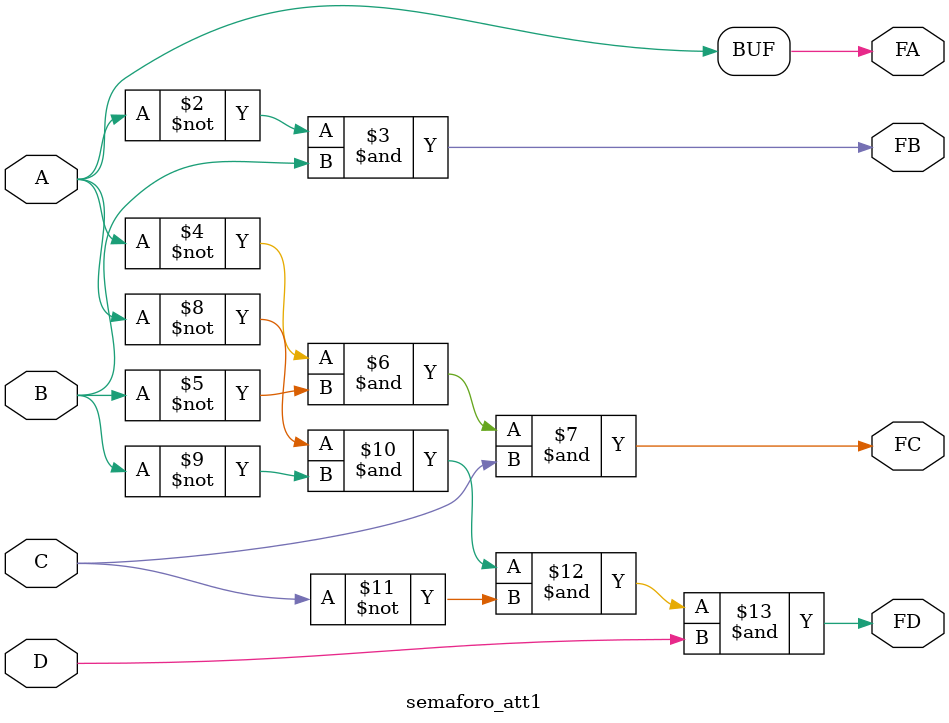
<source format=v>
module semaforo_att1 (
    input A, B, C, D,
    output reg FA, FB, FC, FD
  );

  always @*
  begin
    FA = A;
    FB = (~A) & B;
    FC = (~A) & (~B) & C;
    FD = (~A) & (~B) & (~C) & D;
  end

endmodule

</source>
